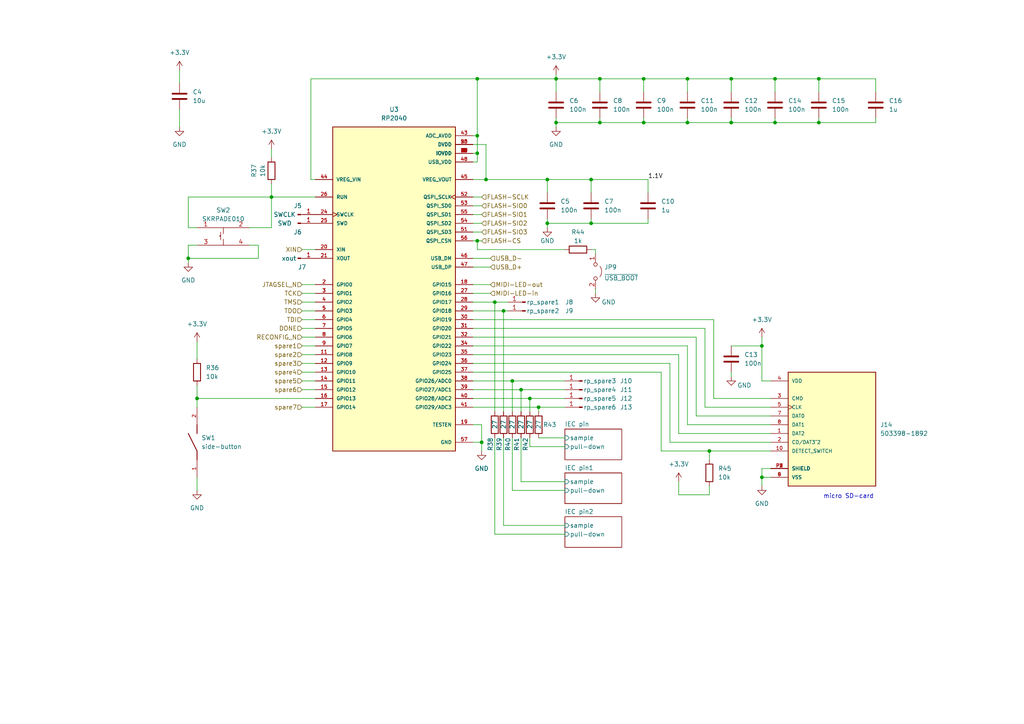
<source format=kicad_sch>
(kicad_sch (version 20211123) (generator eeschema)
  (paper "A4")
  (title_block (title "RP2040 microcontroller"))
  (lib_symbols
    (symbol "503398-1892:503398-1892" (pin_names (offset 1.016))
      (property "Reference" "J" (at -12.7254 15.2654 0))
      (property "Value" "503398-1892" (at -12.7 -17.78 0))
      (symbol "503398-1892_0_0"
        (rectangle (start -12.7 -17.78) (end 12.7 15.24) (stroke (width 0.254)) (fill (type background)))
        (pin passive line (at 17.78 -2.54 180) (length 5.08) (name "DAT2") (number "1"))
        (pin passive line (at 17.78 -7.62 180) (length 5.08) (name "DETECT_SWITCH") (number "10"))
        (pin passive line (at 17.78 -5.08 180) (length 5.08) (name "CD/DAT3^2") (number "2"))
        (pin passive line (at 17.78 7.62 180) (length 5.08) (name "CMD") (number "3"))
        (pin power_in line (at 17.78 12.7 180) (length 5.08) (name "VDD") (number "4"))
        (pin passive clock (at 17.78 5.08 180) (length 5.08) (name "CLK") (number "5"))
        (pin power_in line (at 17.78 -15.24 180) (length 5.08) (name "VSS") (number "6"))
        (pin passive line (at 17.78 2.54 180) (length 5.08) (name "DAT0") (number "7"))
        (pin passive line (at 17.78 0 180) (length 5.08) (name "DAT1") (number "8"))
        (pin power_in line (at 17.78 -15.24 180) (length 5.08) (name "VSS") (number "9"))
        (pin passive line (at 17.78 -12.7 180) (length 5.08) (name "SHIELD") (number "P1"))
        (pin passive line (at 17.78 -12.7 180) (length 5.08) (name "SHIELD") (number "P2"))
        (pin passive line (at 17.78 -12.7 180) (length 5.08) (name "SHIELD") (number "P3"))
        (pin passive line (at 17.78 -12.7 180) (length 5.08) (name "SHIELD") (number "P4"))
      )
    )
    (symbol "Connector:Conn_01x01_Male" (pin_names (offset 1.016) hide)
      (property "Reference" "J" (at 0 2.54 0))
      (property "Value" "Conn_01x01_Male" (at 0 -2.54 0))
      (symbol "Conn_01x01_Male_1_1"
        (polyline (pts (xy 1.27 0) (xy 0.8636 0)) (stroke (width 0.1524)))
        (rectangle (start 0.8636 0.127) (end 0 -0.127) (stroke (width 0.1524)) (fill (type outline)))
        (pin passive line (at 5.08 0 180) (length 3.81) (name "Pin_1") (number "1"))
      )
    )
    (symbol "Device:C" (pin_numbers hide) (pin_names (offset 0.254))
      (property "Reference" "C" (at 0.635 2.54 0))
      (property "Value" "C" (at 0.635 -2.54 0))
      (symbol "C_0_1"
        (polyline (pts (xy -2.032 -0.762) (xy 2.032 -0.762)) (stroke (width 0.508)))
        (polyline (pts (xy -2.032 0.762) (xy 2.032 0.762)) (stroke (width 0.508)))
      )
      (symbol "C_1_1"
        (pin passive line (at 0 3.81 270) (length 2.794) (name "~") (number "1"))
        (pin passive line (at 0 -3.81 90) (length 2.794) (name "~") (number "2"))
      )
    )
    (symbol "Device:R" (pin_numbers hide) (pin_names (offset 0))
      (property "Reference" "R" (at 2.032 0 90))
      (property "Value" "R" (at 0 0 90))
      (symbol "R_0_1"
        (rectangle (start -1.016 -2.54) (end 1.016 2.54) (stroke (width 0.254)))
      )
      (symbol "R_1_1"
        (pin passive line (at 0 3.81 270) (length 1.27) (name "~") (number "1"))
        (pin passive line (at 0 -3.81 90) (length 1.27) (name "~") (number "2"))
      )
    )
    (symbol "Jumper:Jumper_2_Open" (pin_names (offset 0) hide)
      (property "Reference" "JP" (at 0 2.794 0))
      (property "Value" "Jumper_2_Open" (at 0 -2.286 0))
      (symbol "Jumper_2_Open_0_0"
        (circle (center -2.032 0) (radius 0.508))
        (circle (center 2.032 0) (radius 0.508))
      )
      (symbol "Jumper_2_Open_0_1"
        (arc (start 1.524 1.27) (mid 0 1.778) (end -1.524 1.27))
      )
      (symbol "Jumper_2_Open_1_1"
        (pin passive line (at -5.08 0 0) (length 2.54) (name "A") (number "1"))
        (pin passive line (at 5.08 0 180) (length 2.54) (name "B") (number "2"))
      )
    )
    (symbol "RP2040:RP2040" (pin_names (offset 1.016))
      (property "Reference" "U" (at -17.78 50.8 0))
      (property "Value" "RP2040" (at -17.78 -48.26 0))
      (symbol "RP2040_0_0"
        (rectangle (start -17.78 -45.72) (end 17.78 48.26) (stroke (width 0.254)) (fill (type background)))
        (pin power_in line (at 22.86 40.64 180) (length 5.08) (name "IOVDD") (number "1"))
        (pin power_in line (at 22.86 40.64 180) (length 5.08) (name "IOVDD") (number "10"))
        (pin bidirectional line (at -22.86 -17.78 0) (length 5.08) (name "GPIO8") (number "11"))
        (pin bidirectional line (at -22.86 -20.32 0) (length 5.08) (name "GPIO9") (number "12"))
        (pin bidirectional line (at -22.86 -22.86 0) (length 5.08) (name "GPIO10") (number "13"))
        (pin bidirectional line (at -22.86 -25.4 0) (length 5.08) (name "GPIO11") (number "14"))
        (pin bidirectional line (at -22.86 -27.94 0) (length 5.08) (name "GPIO12") (number "15"))
        (pin bidirectional line (at -22.86 -30.48 0) (length 5.08) (name "GPIO13") (number "16"))
        (pin bidirectional line (at -22.86 -33.02 0) (length 5.08) (name "GPIO14") (number "17"))
        (pin bidirectional line (at 22.86 2.54 180) (length 5.08) (name "GPIO15") (number "18"))
        (pin passive line (at 22.86 -38.1 180) (length 5.08) (name "TESTEN") (number "19"))
        (pin bidirectional line (at -22.86 2.54 0) (length 5.08) (name "GPIO0") (number "2"))
        (pin input line (at -22.86 12.7 0) (length 5.08) (name "XIN") (number "20"))
        (pin output line (at -22.86 10.16 0) (length 5.08) (name "XOUT") (number "21"))
        (pin power_in line (at 22.86 40.64 180) (length 5.08) (name "IOVDD") (number "22"))
        (pin power_in line (at 22.86 43.18 180) (length 5.08) (name "DVDD") (number "23"))
        (pin input clock (at -22.86 22.86 0) (length 5.08) (name "SWCLK") (number "24"))
        (pin bidirectional line (at -22.86 20.32 0) (length 5.08) (name "SWD") (number "25"))
        (pin input line (at -22.86 27.94 0) (length 5.08) (name "RUN") (number "26"))
        (pin bidirectional line (at 22.86 0 180) (length 5.08) (name "GPIO16") (number "27"))
        (pin bidirectional line (at 22.86 -2.54 180) (length 5.08) (name "GPIO17") (number "28"))
        (pin bidirectional line (at 22.86 -5.08 180) (length 5.08) (name "GPIO18") (number "29"))
        (pin bidirectional line (at -22.86 0 0) (length 5.08) (name "GPIO1") (number "3"))
        (pin bidirectional line (at 22.86 -7.62 180) (length 5.08) (name "GPIO19") (number "30"))
        (pin bidirectional line (at 22.86 -10.16 180) (length 5.08) (name "GPIO20") (number "31"))
        (pin bidirectional line (at 22.86 -12.7 180) (length 5.08) (name "GPIO21") (number "32"))
        (pin power_in line (at 22.86 40.64 180) (length 5.08) (name "IOVDD") (number "33"))
        (pin bidirectional line (at 22.86 -15.24 180) (length 5.08) (name "GPIO22") (number "34"))
        (pin bidirectional line (at 22.86 -17.78 180) (length 5.08) (name "GPIO23") (number "35"))
        (pin bidirectional line (at 22.86 -20.32 180) (length 5.08) (name "GPIO24") (number "36"))
        (pin bidirectional line (at 22.86 -22.86 180) (length 5.08) (name "GPIO25") (number "37"))
        (pin bidirectional line (at 22.86 -25.4 180) (length 5.08) (name "GPIO26/ADC0") (number "38"))
        (pin bidirectional line (at 22.86 -27.94 180) (length 5.08) (name "GPIO27/ADC1") (number "39"))
        (pin bidirectional line (at -22.86 -2.54 0) (length 5.08) (name "GPIO2") (number "4"))
        (pin bidirectional line (at 22.86 -30.48 180) (length 5.08) (name "GPIO28/ADC2") (number "40"))
        (pin bidirectional line (at 22.86 -33.02 180) (length 5.08) (name "GPIO29/ADC3") (number "41"))
        (pin power_in line (at 22.86 40.64 180) (length 5.08) (name "IOVDD") (number "42"))
        (pin power_in line (at 22.86 45.72 180) (length 5.08) (name "ADC_AVDD") (number "43"))
        (pin input line (at -22.86 33.02 0) (length 5.08) (name "VREG_VIN") (number "44"))
        (pin output line (at 22.86 33.02 180) (length 5.08) (name "VREG_VOUT") (number "45"))
        (pin bidirectional line (at 22.86 10.16 180) (length 5.08) (name "USB_DM") (number "46"))
        (pin bidirectional line (at 22.86 7.62 180) (length 5.08) (name "USB_DP") (number "47"))
        (pin power_in line (at 22.86 38.1 180) (length 5.08) (name "USB_VDD") (number "48"))
        (pin power_in line (at 22.86 40.64 180) (length 5.08) (name "IOVDD") (number "49"))
        (pin bidirectional line (at -22.86 -5.08 0) (length 5.08) (name "GPIO3") (number "5"))
        (pin power_in line (at 22.86 43.18 180) (length 5.08) (name "DVDD") (number "50"))
        (pin bidirectional line (at 22.86 17.78 180) (length 5.08) (name "QSPI_SD3") (number "51"))
        (pin bidirectional clock (at 22.86 27.94 180) (length 5.08) (name "QSPI_SCLK") (number "52"))
        (pin bidirectional line (at 22.86 25.4 180) (length 5.08) (name "QSPI_SD0") (number "53"))
        (pin bidirectional line (at 22.86 20.32 180) (length 5.08) (name "QSPI_SD2") (number "54"))
        (pin bidirectional line (at 22.86 22.86 180) (length 5.08) (name "QSPI_SD1") (number "55"))
        (pin bidirectional line (at 22.86 15.24 180) (length 5.08) (name "QSPI_CSN") (number "56"))
        (pin power_in line (at 22.86 -43.18 180) (length 5.08) (name "GND") (number "57"))
        (pin bidirectional line (at -22.86 -7.62 0) (length 5.08) (name "GPIO4") (number "6"))
        (pin bidirectional line (at -22.86 -10.16 0) (length 5.08) (name "GPIO5") (number "7"))
        (pin bidirectional line (at -22.86 -12.7 0) (length 5.08) (name "GPIO6") (number "8"))
        (pin bidirectional line (at -22.86 -15.24 0) (length 5.08) (name "GPIO7") (number "9"))
      )
    )
    (symbol "TL1105JAF160Q:TL1105JAF160Q" (pin_names (offset 1.016) hide)
      (property "Reference" "SW" (at -4.445 3.81 0))
      (property "Value" "TL1105JAF160Q" (at -5.08 -5.08 0))
      (symbol "TL1105JAF160Q_0_0"
        (polyline (pts (xy -5.08 0) (xy -2.54 0)) (stroke (width 0.254)))
        (polyline (pts (xy -2.54 0) (xy 2.54 2.54)) (stroke (width 0.254)))
        (polyline (pts (xy 5.08 0) (xy 2.54 0)) (stroke (width 0.254)))
        (pin passive line (at -10.16 0 0) (length 5.08) (name "~") (number "1"))
        (pin passive line (at 10.16 0 180) (length 5.08) (name "~") (number "2"))
      )
    )
    (symbol "button:SKRPADE010" (pin_names (offset 1.016) hide)
      (property "Reference" "SW" (at 0 7.6962 0))
      (property "Value" "SKRPADE010" (at 0 12.7762 0))
      (symbol "SKRPADE010_1_1"
        (polyline (pts (xy -2.54 -2.54) (xy 2.54 -2.54)) (stroke (width 0.1524)))
        (polyline (pts (xy -2.54 2.54) (xy 2.54 2.54)) (stroke (width 0.1524)))
        (polyline (pts (xy -0.762 1.27) (xy -0.762 -1.016)) (stroke (width 0.1524)))
        (polyline (pts (xy 0 -2.54) (xy 0 -0.762)) (stroke (width 0.1524)))
        (polyline (pts (xy 0 1.524) (xy 0 0.762)) (stroke (width 0.1524)))
        (polyline (pts (xy 0 2.54) (xy 0 1.524)) (stroke (width 0.1524)))
        (polyline (pts (xy -0.762 0.254) (xy -1.016 0.254) (xy -1.016 0) (xy -0.762 0)) (stroke (width 0.1524)))
        (pin input line (at -7.62 2.54 0) (length 5.08) (name "1") (number "1"))
        (pin input line (at 7.62 2.54 180) (length 5.08) (name "2") (number "2"))
        (pin input line (at -7.62 -2.54 0) (length 5.08) (name "3") (number "3"))
        (pin input line (at 7.62 -2.54 180) (length 5.08) (name "4") (number "4"))
      )
    )
    (symbol "power:+3.3V" (power) (pin_names (offset 0))
      (property "Value" "+3.3V" (at 0 3.556 0))
      (symbol "+3.3V_0_1"
        (polyline (pts (xy -0.762 1.27) (xy 0 2.54)))
        (polyline (pts (xy 0 0) (xy 0 2.54)))
        (polyline (pts (xy 0 2.54) (xy 0.762 1.27)))
      )
      (symbol "+3.3V_1_1"
        (pin power_in line (at 0 0 90) (length 0) hide (name "+3.3V") (number "1"))
      )
    )
    (symbol "power:GND" (power) (pin_names (offset 0))
      (property "Value" "GND" (at 0 -3.81 0))
      (symbol "GND_0_1"
        (polyline (pts (xy 0 0) (xy 0 -1.27) (xy 1.27 -1.27) (xy 0 -2.54) (xy -1.27 -1.27) (xy 0 -1.27)))
      )
      (symbol "GND_1_1"
        (pin power_in line (at 0 0 270) (length 0) hide (name "GND") (number "1"))
      )
    )
  )
  (junction (at 158.75 52.07))
  (junction (at 146.05 90.17))
  (junction (at 140.97 52.07))
  (junction (at 205.74 130.81))
  (junction (at 153.67 115.57))
  (junction (at 220.98 138.43))
  (junction (at 224.79 35.56))
  (junction (at 138.43 69.85))
  (junction (at 161.29 35.56))
  (junction (at 186.69 35.56))
  (junction (at 156.21 118.11))
  (junction (at 54.61 74.93))
  (junction (at 186.69 22.86))
  (junction (at 138.43 39.37))
  (junction (at 78.74 57.15))
  (junction (at 173.99 35.56))
  (junction (at 171.45 52.07))
  (junction (at 220.98 100.33))
  (junction (at 151.13 113.03))
  (junction (at 237.49 35.56))
  (junction (at 199.39 35.56))
  (junction (at 139.7 128.27))
  (junction (at 138.43 44.45))
  (junction (at 171.45 64.77))
  (junction (at 237.49 22.86))
  (junction (at 143.51 87.63))
  (junction (at 138.43 22.86))
  (junction (at 212.09 22.86))
  (junction (at 148.59 110.49))
  (junction (at 224.79 22.86))
  (junction (at 158.75 64.77))
  (junction (at 212.09 35.56))
  (junction (at 199.39 22.86))
  (junction (at 173.99 22.86))
  (junction (at 57.15 115.57))
  (junction (at 161.29 22.86))
  (wire (pts (xy 212.09 107.95) (xy 212.09 109.22)))
  (wire (pts (xy 220.98 100.33) (xy 220.98 110.49)))
  (wire (pts (xy 223.52 123.19) (xy 199.39 123.19)))
  (wire (pts (xy 87.63 85.09) (xy 91.44 85.09)))
  (wire (pts (xy 220.98 138.43) (xy 220.98 140.97)))
  (wire (pts (xy 201.93 120.65) (xy 223.52 120.65)))
  (wire (pts (xy 224.79 22.86) (xy 224.79 26.67)))
  (wire (pts (xy 148.59 110.49) (xy 137.16 110.49)))
  (wire (pts (xy 137.16 74.93) (xy 142.24 74.93)))
  (wire (pts (xy 212.09 35.56) (xy 212.09 34.29)))
  (wire (pts (xy 220.98 135.89) (xy 220.98 138.43)))
  (wire (pts (xy 191.77 130.81) (xy 205.74 130.81)))
  (wire (pts (xy 137.16 64.77) (xy 139.7 64.77)))
  (wire (pts (xy 143.51 119.38) (xy 143.51 87.63)))
  (wire (pts (xy 87.63 95.25) (xy 91.44 95.25)))
  (wire (pts (xy 220.98 138.43) (xy 223.52 138.43)))
  (wire (pts (xy 137.16 67.31) (xy 139.7 67.31)))
  (wire (pts (xy 140.97 52.07) (xy 137.16 52.07)))
  (wire (pts (xy 171.45 64.77) (xy 187.96 64.77)))
  (wire (pts (xy 220.98 110.49) (xy 223.52 110.49)))
  (wire (pts (xy 199.39 100.33) (xy 137.16 100.33)))
  (wire (pts (xy 147.32 87.63) (xy 143.51 87.63)))
  (wire (pts (xy 57.15 71.12) (xy 54.61 71.12)))
  (wire (pts (xy 237.49 22.86) (xy 254 22.86)))
  (wire (pts (xy 158.75 64.77) (xy 158.75 63.5)))
  (wire (pts (xy 143.51 87.63) (xy 137.16 87.63)))
  (wire (pts (xy 57.15 99.06) (xy 57.15 104.14)))
  (wire (pts (xy 171.45 52.07) (xy 171.45 55.88)))
  (wire (pts (xy 78.74 66.04) (xy 78.74 57.15)))
  (wire (pts (xy 137.16 41.91) (xy 140.97 41.91)))
  (wire (pts (xy 163.83 129.54) (xy 153.67 129.54)))
  (wire (pts (xy 54.61 71.12) (xy 54.61 74.93)))
  (wire (pts (xy 87.63 118.11) (xy 91.44 118.11)))
  (wire (pts (xy 138.43 22.86) (xy 138.43 39.37)))
  (wire (pts (xy 163.83 115.57) (xy 153.67 115.57)))
  (wire (pts (xy 194.31 128.27) (xy 194.31 105.41)))
  (wire (pts (xy 57.15 138.43) (xy 57.15 142.24)))
  (wire (pts (xy 87.63 105.41) (xy 91.44 105.41)))
  (wire (pts (xy 204.47 95.25) (xy 137.16 95.25)))
  (wire (pts (xy 72.39 66.04) (xy 78.74 66.04)))
  (wire (pts (xy 204.47 118.11) (xy 204.47 95.25)))
  (wire (pts (xy 237.49 35.56) (xy 237.49 34.29)))
  (wire (pts (xy 205.74 133.35) (xy 205.74 130.81)))
  (wire (pts (xy 156.21 119.38) (xy 156.21 118.11)))
  (wire (pts (xy 254 22.86) (xy 254 26.67)))
  (wire (pts (xy 138.43 69.85) (xy 138.43 72.39)))
  (wire (pts (xy 87.63 102.87) (xy 91.44 102.87)))
  (wire (pts (xy 137.16 128.27) (xy 139.7 128.27)))
  (wire (pts (xy 254 35.56) (xy 254 34.29)))
  (wire (pts (xy 57.15 115.57) (xy 91.44 115.57)))
  (wire (pts (xy 153.67 115.57) (xy 137.16 115.57)))
  (wire (pts (xy 54.61 74.93) (xy 54.61 76.2)))
  (wire (pts (xy 158.75 64.77) (xy 158.75 66.04)))
  (wire (pts (xy 186.69 22.86) (xy 186.69 26.67)))
  (wire (pts (xy 148.59 142.24) (xy 148.59 127)))
  (wire (pts (xy 91.44 52.07) (xy 90.17 52.07)))
  (wire (pts (xy 212.09 22.86) (xy 212.09 26.67)))
  (wire (pts (xy 207.01 115.57) (xy 207.01 92.71)))
  (wire (pts (xy 163.83 152.4) (xy 146.05 152.4)))
  (wire (pts (xy 194.31 105.41) (xy 137.16 105.41)))
  (wire (pts (xy 87.63 100.33) (xy 91.44 100.33)))
  (wire (pts (xy 137.16 97.79) (xy 201.93 97.79)))
  (wire (pts (xy 137.16 102.87) (xy 196.85 102.87)))
  (wire (pts (xy 237.49 35.56) (xy 254 35.56)))
  (wire (pts (xy 138.43 46.99) (xy 137.16 46.99)))
  (wire (pts (xy 151.13 113.03) (xy 137.16 113.03)))
  (wire (pts (xy 137.16 44.45) (xy 138.43 44.45)))
  (wire (pts (xy 163.83 118.11) (xy 156.21 118.11)))
  (wire (pts (xy 161.29 35.56) (xy 173.99 35.56)))
  (wire (pts (xy 138.43 44.45) (xy 138.43 46.99)))
  (wire (pts (xy 156.21 118.11) (xy 137.16 118.11)))
  (wire (pts (xy 87.63 90.17) (xy 91.44 90.17)))
  (wire (pts (xy 173.99 22.86) (xy 173.99 26.67)))
  (wire (pts (xy 87.63 82.55) (xy 91.44 82.55)))
  (wire (pts (xy 172.72 72.39) (xy 172.72 73.66)))
  (wire (pts (xy 223.52 135.89) (xy 220.98 135.89)))
  (wire (pts (xy 54.61 57.15) (xy 78.74 57.15)))
  (wire (pts (xy 57.15 66.04) (xy 54.61 66.04)))
  (wire (pts (xy 201.93 97.79) (xy 201.93 120.65)))
  (wire (pts (xy 187.96 52.07) (xy 187.96 55.88)))
  (wire (pts (xy 147.32 90.17) (xy 146.05 90.17)))
  (wire (pts (xy 87.63 97.79) (xy 91.44 97.79)))
  (wire (pts (xy 191.77 107.95) (xy 191.77 130.81)))
  (wire (pts (xy 186.69 22.86) (xy 199.39 22.86)))
  (wire (pts (xy 140.97 41.91) (xy 140.97 52.07)))
  (wire (pts (xy 153.67 129.54) (xy 153.67 127)))
  (wire (pts (xy 78.74 57.15) (xy 91.44 57.15)))
  (wire (pts (xy 146.05 152.4) (xy 146.05 127)))
  (wire (pts (xy 212.09 35.56) (xy 224.79 35.56)))
  (wire (pts (xy 207.01 92.71) (xy 137.16 92.71)))
  (wire (pts (xy 137.16 59.69) (xy 139.7 59.69)))
  (wire (pts (xy 138.43 72.39) (xy 163.83 72.39)))
  (wire (pts (xy 163.83 142.24) (xy 148.59 142.24)))
  (wire (pts (xy 87.63 110.49) (xy 91.44 110.49)))
  (wire (pts (xy 163.83 139.7) (xy 151.13 139.7)))
  (wire (pts (xy 171.45 64.77) (xy 171.45 63.5)))
  (wire (pts (xy 146.05 119.38) (xy 146.05 90.17)))
  (wire (pts (xy 137.16 123.19) (xy 139.7 123.19)))
  (wire (pts (xy 223.52 128.27) (xy 194.31 128.27)))
  (wire (pts (xy 223.52 115.57) (xy 207.01 115.57)))
  (wire (pts (xy 72.39 71.12) (xy 74.93 71.12)))
  (wire (pts (xy 87.63 87.63) (xy 91.44 87.63)))
  (wire (pts (xy 173.99 35.56) (xy 173.99 34.29)))
  (wire (pts (xy 90.17 52.07) (xy 90.17 22.86)))
  (wire (pts (xy 138.43 39.37) (xy 137.16 39.37)))
  (wire (pts (xy 137.16 82.55) (xy 142.24 82.55)))
  (wire (pts (xy 52.07 31.75) (xy 52.07 36.83)))
  (wire (pts (xy 186.69 35.56) (xy 199.39 35.56)))
  (wire (pts (xy 161.29 22.86) (xy 161.29 26.67)))
  (wire (pts (xy 212.09 22.86) (xy 224.79 22.86)))
  (wire (pts (xy 153.67 119.38) (xy 153.67 115.57)))
  (wire (pts (xy 87.63 107.95) (xy 91.44 107.95)))
  (wire (pts (xy 205.74 130.81) (xy 223.52 130.81)))
  (wire (pts (xy 196.85 125.73) (xy 223.52 125.73)))
  (wire (pts (xy 151.13 139.7) (xy 151.13 127)))
  (wire (pts (xy 78.74 43.18) (xy 78.74 45.72)))
  (wire (pts (xy 139.7 128.27) (xy 139.7 130.81)))
  (wire (pts (xy 196.85 139.7) (xy 196.85 143.51)))
  (wire (pts (xy 163.83 110.49) (xy 148.59 110.49)))
  (wire (pts (xy 186.69 35.56) (xy 186.69 34.29)))
  (wire (pts (xy 223.52 118.11) (xy 204.47 118.11)))
  (wire (pts (xy 172.72 83.82) (xy 172.72 85.09)))
  (wire (pts (xy 137.16 107.95) (xy 191.77 107.95)))
  (wire (pts (xy 57.15 115.57) (xy 57.15 118.11)))
  (wire (pts (xy 173.99 35.56) (xy 186.69 35.56)))
  (wire (pts (xy 173.99 22.86) (xy 186.69 22.86)))
  (wire (pts (xy 87.63 113.03) (xy 91.44 113.03)))
  (wire (pts (xy 146.05 90.17) (xy 137.16 90.17)))
  (wire (pts (xy 163.83 127) (xy 156.21 127)))
  (wire (pts (xy 171.45 52.07) (xy 187.96 52.07)))
  (wire (pts (xy 52.07 20.32) (xy 52.07 24.13)))
  (wire (pts (xy 224.79 22.86) (xy 237.49 22.86)))
  (wire (pts (xy 137.16 77.47) (xy 142.24 77.47)))
  (wire (pts (xy 54.61 74.93) (xy 74.93 74.93)))
  (wire (pts (xy 87.63 72.39) (xy 91.44 72.39)))
  (wire (pts (xy 212.09 100.33) (xy 220.98 100.33)))
  (wire (pts (xy 90.17 22.86) (xy 138.43 22.86)))
  (wire (pts (xy 163.83 154.94) (xy 143.51 154.94)))
  (wire (pts (xy 139.7 123.19) (xy 139.7 128.27)))
  (wire (pts (xy 237.49 22.86) (xy 237.49 26.67)))
  (wire (pts (xy 74.93 71.12) (xy 74.93 74.93)))
  (wire (pts (xy 161.29 22.86) (xy 173.99 22.86)))
  (wire (pts (xy 171.45 72.39) (xy 172.72 72.39)))
  (wire (pts (xy 220.98 97.79) (xy 220.98 100.33)))
  (wire (pts (xy 199.39 22.86) (xy 212.09 22.86)))
  (wire (pts (xy 224.79 35.56) (xy 237.49 35.56)))
  (wire (pts (xy 161.29 21.59) (xy 161.29 22.86)))
  (wire (pts (xy 78.74 53.34) (xy 78.74 57.15)))
  (wire (pts (xy 158.75 52.07) (xy 171.45 52.07)))
  (wire (pts (xy 151.13 119.38) (xy 151.13 113.03)))
  (wire (pts (xy 87.63 92.71) (xy 91.44 92.71)))
  (wire (pts (xy 205.74 143.51) (xy 205.74 140.97)))
  (wire (pts (xy 137.16 57.15) (xy 139.7 57.15)))
  (wire (pts (xy 187.96 64.77) (xy 187.96 63.5)))
  (wire (pts (xy 196.85 102.87) (xy 196.85 125.73)))
  (wire (pts (xy 196.85 143.51) (xy 205.74 143.51)))
  (wire (pts (xy 54.61 66.04) (xy 54.61 57.15)))
  (wire (pts (xy 137.16 85.09) (xy 142.24 85.09)))
  (wire (pts (xy 137.16 62.23) (xy 139.7 62.23)))
  (wire (pts (xy 138.43 69.85) (xy 139.7 69.85)))
  (wire (pts (xy 158.75 64.77) (xy 171.45 64.77)))
  (wire (pts (xy 161.29 22.86) (xy 138.43 22.86)))
  (wire (pts (xy 140.97 52.07) (xy 158.75 52.07)))
  (wire (pts (xy 224.79 35.56) (xy 224.79 34.29)))
  (wire (pts (xy 57.15 111.76) (xy 57.15 115.57)))
  (wire (pts (xy 143.51 154.94) (xy 143.51 127)))
  (wire (pts (xy 199.39 22.86) (xy 199.39 26.67)))
  (wire (pts (xy 199.39 35.56) (xy 212.09 35.56)))
  (wire (pts (xy 199.39 123.19) (xy 199.39 100.33)))
  (wire (pts (xy 161.29 35.56) (xy 161.29 36.83)))
  (wire (pts (xy 137.16 69.85) (xy 138.43 69.85)))
  (wire (pts (xy 148.59 119.38) (xy 148.59 110.49)))
  (wire (pts (xy 163.83 113.03) (xy 151.13 113.03)))
  (wire (pts (xy 158.75 52.07) (xy 158.75 55.88)))
  (wire (pts (xy 161.29 34.29) (xy 161.29 35.56)))
  (wire (pts (xy 199.39 35.56) (xy 199.39 34.29)))
  (wire (pts (xy 138.43 39.37) (xy 138.43 44.45)))
  (text "micro SD-card" (at 238.76 144.78 0) (effects (font (size 1.27 1.27)) (justify left bottom)))
  (label "1.1V" (at 187.96 52.07 0))
  (hierarchical_label "spare2" (shape input) (at 87.63 102.87 180))
  (hierarchical_label "FLASH-SIO1" (shape input) (at 139.7 62.23 0))
  (hierarchical_label "FLASH-SIO3" (shape input) (at 139.7 67.31 0))
  (hierarchical_label "USB_D-" (shape input) (at 142.24 74.93 0))
  (hierarchical_label "spare1" (shape input) (at 87.63 100.33 180))
  (hierarchical_label "TCK" (shape input) (at 87.63 85.09 180))
  (hierarchical_label "FLASH-SIO0" (shape input) (at 139.7 59.69 0))
  (hierarchical_label "XIN" (shape input) (at 87.63 72.39 180))
  (hierarchical_label "spare6" (shape input) (at 87.63 113.03 180))
  (hierarchical_label "TDI" (shape input) (at 87.63 92.71 180))
  (hierarchical_label "TDO" (shape input) (at 87.63 90.17 180))
  (hierarchical_label "DONE" (shape input) (at 87.63 95.25 180))
  (hierarchical_label "FLASH-SCLK" (shape input) (at 139.7 57.15 0))
  (hierarchical_label "JTAGSEL_N" (shape input) (at 87.63 82.55 180))
  (hierarchical_label "spare3" (shape input) (at 87.63 105.41 180))
  (hierarchical_label "USB_D+" (shape input) (at 142.24 77.47 0))
  (hierarchical_label "TMS" (shape input) (at 87.63 87.63 180))
  (hierarchical_label "spare7" (shape input) (at 87.63 118.11 180))
  (hierarchical_label "FLASH-CS" (shape input) (at 139.7 69.85 0))
  (hierarchical_label "spare5" (shape input) (at 87.63 110.49 180))
  (hierarchical_label "spare4" (shape input) (at 87.63 107.95 180))
  (hierarchical_label "MIDI-LED-in" (shape input) (at 142.24 85.09 0))
  (hierarchical_label "RECONFIG_N" (shape input) (at 87.63 97.79 180))
  (hierarchical_label "MIDI-LED-out" (shape input) (at 142.24 82.55 0))
  (hierarchical_label "FLASH-SIO2" (shape input) (at 139.7 64.77 0))
  (symbol (lib_id "Device:R") (at 151.13 123.19 0) (unit 1)
    (property "Reference" "R41" (at 149.86 130.81 90) (effects (justify left)))
    (property "Value" "27" (at 151.13 124.46 90) (effects (justify left)))
    (property "Footprint" "Resistor_SMD:R_0805_2012Metric" (effects hide))
  )
  (symbol (lib_id "power:+3.3V") (at 78.74 43.18 0) (unit 1)
    (property "Reference" "#PWR025" (effects hide))
    (property "Value" "+3.3V" (at 78.74 38.1 0))
  )
  (symbol (lib_id "power:GND") (at 52.07 36.83 0) (unit 1)
    (property "Reference" "#PWR021" (effects hide))
    (property "Value" "GND" (at 52.07 41.91 0))
  )
  (symbol (lib_id "Device:C") (at 52.07 27.94 0) (unit 1)
    (property "Reference" "C4" (at 55.88 26.6699 0) (effects (justify left)))
    (property "Value" "10u" (at 55.88 29.2099 0) (effects (justify left)))
    (property "Footprint" "Capacitor_SMD:C_0805_2012Metric" (effects hide))
  )
  (symbol (lib_id "Device:R") (at 205.74 137.16 0) (unit 1)
    (property "Reference" "R45" (at 208.28 135.8899 0) (effects (justify left)))
    (property "Value" "10k" (at 208.28 138.4299 0) (effects (justify left)))
    (property "Footprint" "Resistor_SMD:R_0805_2012Metric" (effects hide))
  )
  (symbol (lib_id "power:GND") (at 139.7 130.81 0) (unit 1)
    (property "Reference" "#PWR026" (effects hide))
    (property "Value" "GND" (at 139.7 135.89 0))
  )
  (symbol (lib_id "Device:R") (at 148.59 123.19 0) (unit 1)
    (property "Reference" "R40" (at 147.32 130.81 90) (effects (justify left)))
    (property "Value" "27" (at 148.59 124.46 90) (effects (justify left)))
    (property "Footprint" "Resistor_SMD:R_0805_2012Metric" (effects hide))
  )
  (symbol (lib_id "power:GND") (at 54.61 76.2 0) (unit 1)
    (property "Reference" "#PWR022" (effects hide))
    (property "Value" "GND" (at 54.61 81.28 0))
  )
  (symbol (lib_id "Connector:Conn_01x01_Male") (at 168.91 115.57 180) (unit 1)
    (property "Reference" "J12" (at 181.61 115.57 0))
    (property "Value" "rp_spare5" (at 173.99 115.57 0))
    (property "Footprint" "Connector_PinHeader_2.54mm:PinHeader_1x01_P2.54mm_Vertical" (effects hide))
  )
  (symbol (lib_id "RP2040:RP2040") (at 114.3 85.09 0) (unit 1)
    (property "Reference" "U3" (at 114.3 31.75 0))
    (property "Value" "RP2040" (at 114.3 34.29 0))
    (property "Footprint" "rp2040:QFN40P700X700X90-57N" (effects hide))
    (property "PARTREV" "1.6.1" (effects hide))
    (property "STANDARD" "IPC 7351B" (effects hide))
    (property "MAXIMUM_PACKAGE_HEIGHT" "0.9 mm" (effects hide))
    (property "MANUFACTURER" "Raspberry Pi" (effects hide))
  )
  (symbol (lib_id "Device:C") (at 254 30.48 0) (unit 1)
    (property "Reference" "C16" (at 257.81 29.2099 0) (effects (justify left)))
    (property "Value" "1u" (at 257.81 31.7499 0) (effects (justify left)))
    (property "Footprint" "Capacitor_SMD:C_0805_2012Metric" (effects hide))
  )
  (symbol (lib_id "power:+3.3V") (at 196.85 139.7 0) (unit 1)
    (property "Reference" "#PWR031" (effects hide))
    (property "Value" "+3.3V" (at 196.85 134.62 0))
  )
  (symbol (lib_id "TL1105JAF160Q:TL1105JAF160Q") (at 57.15 128.27 90) (unit 1)
    (property "Reference" "SW1" (at 58.42 126.9999 90) (effects (justify right)))
    (property "Value" "side-button" (at 58.42 129.5399 90) (effects (justify right)))
    (property "Footprint" "reset-button:SW_TL1105JAF160Q" (effects hide))
    (property "STANDARD" "Manufacturer recommendations" (effects hide))
    (property "PARTREV" "E" (effects hide))
    (property "MANUFACTURER" "E-Switch" (effects hide))
  )
  (symbol (lib_id "power:GND") (at 212.09 109.22 0) (unit 1)
    (property "Reference" "#PWR032" (effects hide))
    (property "Value" "GND" (at 215.9 111.76 0))
  )
  (symbol (lib_id "Jumper:Jumper_2_Open") (at 172.72 78.74 270) (unit 1)
    (property "Reference" "JP9" (at 175.26 77.4699 90) (effects (justify left)))
    (property "Value" "~{USB_BOOT}" (at 175.26 80.6449 90) (effects (justify left)))
    (property "Footprint" "Connector_PinHeader_2.54mm:PinHeader_1x02_P2.54mm_Vertical" (effects hide))
  )
  (symbol (lib_id "button:SKRPADE010") (at 64.77 68.58 0) (unit 1)
    (property "Reference" "SW2" (at 64.77 60.96 0))
    (property "Value" "SKRPADE010" (at 64.77 63.5 0))
    (property "Footprint" "button:KEY-SMD_4P-L4.2-W3.2-P2.20-LS4.6" (effects hide))
    (property "Datasheet" "http://www.szlcsc.com/product/details_138771.html" (effects hide))
    (property "SuppliersPartNumber" "C127488" (effects hide))
    (property "uuid" "std:0daeda266b8b40d0b90764868d48bf7d" (effects hide))
  )
  (symbol (lib_id "power:GND") (at 158.75 66.04 0) (unit 1)
    (property "Reference" "#PWR027" (effects hide))
    (property "Value" "GND" (at 158.75 69.85 0))
  )
  (symbol (lib_id "Device:C") (at 187.96 59.69 0) (unit 1)
    (property "Reference" "C10" (at 191.77 58.4199 0) (effects (justify left)))
    (property "Value" "1u" (at 191.77 60.9599 0) (effects (justify left)))
    (property "Footprint" "Capacitor_SMD:C_0805_2012Metric" (effects hide))
  )
  (symbol (lib_id "power:+3.3V") (at 52.07 20.32 0) (unit 1)
    (property "Reference" "#PWR020" (effects hide))
    (property "Value" "+3.3V" (at 52.07 15.24 0))
  )
  (symbol (lib_id "Connector:Conn_01x01_Male") (at 86.36 74.93 0) (unit 1)
    (property "Reference" "J7" (at 87.63 77.47 0))
    (property "Value" "xout" (at 83.82 74.93 0))
    (property "Footprint" "Connector_PinHeader_2.54mm:PinHeader_1x01_P2.54mm_Vertical" (effects hide))
  )
  (symbol (lib_id "Device:R") (at 153.67 123.19 0) (unit 1)
    (property "Reference" "R42" (at 152.4 130.81 90) (effects (justify left)))
    (property "Value" "27" (at 153.67 124.46 90) (effects (justify left)))
    (property "Footprint" "Resistor_SMD:R_0805_2012Metric" (effects hide))
  )
  (symbol (lib_id "Device:C") (at 212.09 104.14 0) (unit 1)
    (property "Reference" "C13" (at 215.9 102.8699 0) (effects (justify left)))
    (property "Value" "100n" (at 215.9 105.4099 0) (effects (justify left)))
    (property "Footprint" "Capacitor_SMD:C_0805_2012Metric" (effects hide))
  )
  (symbol (lib_id "Connector:Conn_01x01_Male") (at 168.91 118.11 180) (unit 1)
    (property "Reference" "J13" (at 181.61 118.11 0))
    (property "Value" "rp_spare6" (at 173.99 118.11 0))
    (property "Footprint" "Connector_PinHeader_2.54mm:PinHeader_1x01_P2.54mm_Vertical" (effects hide))
  )
  (symbol (lib_id "Device:C") (at 161.29 30.48 0) (unit 1)
    (property "Reference" "C6" (at 165.1 29.2099 0) (effects (justify left)))
    (property "Value" "100n" (at 165.1 31.7499 0) (effects (justify left)))
    (property "Footprint" "Capacitor_SMD:C_0805_2012Metric" (effects hide))
  )
  (symbol (lib_id "Device:C") (at 186.69 30.48 0) (unit 1)
    (property "Reference" "C9" (at 190.5 29.2099 0) (effects (justify left)))
    (property "Value" "100n" (at 190.5 31.7499 0) (effects (justify left)))
    (property "Footprint" "Capacitor_SMD:C_0805_2012Metric" (effects hide))
  )
  (symbol (lib_id "Connector:Conn_01x01_Male") (at 152.4 87.63 180) (unit 1)
    (property "Reference" "J8" (at 165.1 87.63 0))
    (property "Value" "rp_spare1" (at 157.48 87.63 0))
    (property "Footprint" "Connector_PinHeader_2.54mm:PinHeader_1x01_P2.54mm_Vertical" (effects hide))
  )
  (symbol (lib_id "Connector:Conn_01x01_Male") (at 152.4 90.17 180) (unit 1)
    (property "Reference" "J9" (at 165.1 90.17 0))
    (property "Value" "rp_spare2" (at 157.48 90.17 0))
    (property "Footprint" "Connector_PinHeader_2.54mm:PinHeader_1x01_P2.54mm_Vertical" (effects hide))
  )
  (symbol (lib_id "503398-1892:503398-1892") (at 241.3 123.19 0) (mirror y) (unit 1)
    (property "Reference" "J14" (at 255.27 123.1899 0) (effects (justify right)))
    (property "Value" "503398-1892" (at 255.27 125.7299 0) (effects (justify right)))
    (property "Footprint" "sd-card:MOLEX_503398-1892" (effects hide))
    (property "PARTREV" "0" (effects hide))
    (property "MANUFACTURER" "molex" (effects hide))
    (property "STANDARD" "MANUFACTURER RECOMMENDATIONS" (effects hide))
  )
  (symbol (lib_id "Device:C") (at 199.39 30.48 0) (unit 1)
    (property "Reference" "C11" (at 203.2 29.2099 0) (effects (justify left)))
    (property "Value" "100n" (at 203.2 31.7499 0) (effects (justify left)))
    (property "Footprint" "Capacitor_SMD:C_0805_2012Metric" (effects hide))
  )
  (symbol (lib_id "Device:C") (at 237.49 30.48 0) (unit 1)
    (property "Reference" "C15" (at 241.3 29.2099 0) (effects (justify left)))
    (property "Value" "100n" (at 241.3 31.7499 0) (effects (justify left)))
    (property "Footprint" "Capacitor_SMD:C_0805_2012Metric" (effects hide))
  )
  (symbol (lib_id "Device:C") (at 212.09 30.48 0) (unit 1)
    (property "Reference" "C12" (at 215.9 29.2099 0) (effects (justify left)))
    (property "Value" "100n" (at 215.9 31.7499 0) (effects (justify left)))
    (property "Footprint" "Capacitor_SMD:C_0805_2012Metric" (effects hide))
  )
  (symbol (lib_id "power:GND") (at 220.98 140.97 0) (unit 1)
    (property "Reference" "#PWR034" (effects hide))
    (property "Value" "GND" (at 220.98 146.05 0))
  )
  (symbol (lib_id "Device:R") (at 156.21 123.19 0) (unit 1)
    (property "Reference" "R43" (at 157.48 123.19 0) (effects (justify left)))
    (property "Value" "27" (at 156.21 124.46 90) (effects (justify left)))
    (property "Footprint" "Resistor_SMD:R_0805_2012Metric" (effects hide))
  )
  (symbol (lib_id "Connector:Conn_01x01_Male") (at 86.36 62.23 0) (unit 1)
    (property "Reference" "J5" (at 86.36 59.69 0))
    (property "Value" "SWCLK" (at 82.55 62.23 0))
    (property "Footprint" "Connector_PinHeader_2.54mm:PinHeader_1x01_P2.54mm_Vertical" (effects hide))
  )
  (symbol (lib_id "Device:C") (at 224.79 30.48 0) (unit 1)
    (property "Reference" "C14" (at 228.6 29.2099 0) (effects (justify left)))
    (property "Value" "100n" (at 228.6 31.7499 0) (effects (justify left)))
    (property "Footprint" "Capacitor_SMD:C_0805_2012Metric" (effects hide))
  )
  (symbol (lib_id "power:GND") (at 172.72 85.09 0) (unit 1)
    (property "Reference" "#PWR030" (effects hide))
    (property "Value" "GND" (at 176.53 87.63 0))
  )
  (symbol (lib_id "Connector:Conn_01x01_Male") (at 168.91 110.49 180) (unit 1)
    (property "Reference" "J10" (at 181.61 110.49 0))
    (property "Value" "rp_spare3" (at 173.99 110.49 0))
    (property "Footprint" "Connector_PinHeader_2.54mm:PinHeader_1x01_P2.54mm_Vertical" (effects hide))
  )
  (symbol (lib_id "power:+3.3V") (at 220.98 97.79 0) (unit 1)
    (property "Reference" "#PWR033" (effects hide))
    (property "Value" "+3.3V" (at 220.98 92.71 0))
  )
  (symbol (lib_id "Device:C") (at 158.75 59.69 0) (unit 1)
    (property "Reference" "C5" (at 162.56 58.4199 0) (effects (justify left)))
    (property "Value" "100n" (at 162.56 60.9599 0) (effects (justify left)))
    (property "Footprint" "Capacitor_SMD:C_0805_2012Metric" (effects hide))
  )
  (symbol (lib_id "Device:C") (at 173.99 30.48 0) (unit 1)
    (property "Reference" "C8" (at 177.8 29.2099 0) (effects (justify left)))
    (property "Value" "100n" (at 177.8 31.7499 0) (effects (justify left)))
    (property "Footprint" "Capacitor_SMD:C_0805_2012Metric" (effects hide))
  )
  (symbol (lib_id "power:+3.3V") (at 57.15 99.06 0) (unit 1)
    (property "Reference" "#PWR023" (effects hide))
    (property "Value" "+3.3V" (at 57.15 93.98 0))
  )
  (symbol (lib_id "Connector:Conn_01x01_Male") (at 168.91 113.03 180) (unit 1)
    (property "Reference" "J11" (at 181.61 113.03 0))
    (property "Value" "rp_spare4" (at 173.99 113.03 0))
    (property "Footprint" "Connector_PinHeader_2.54mm:PinHeader_1x01_P2.54mm_Vertical" (effects hide))
  )
  (symbol (lib_id "Device:C") (at 171.45 59.69 0) (unit 1)
    (property "Reference" "C7" (at 175.26 58.4199 0) (effects (justify left)))
    (property "Value" "100n" (at 175.26 60.9599 0) (effects (justify left)))
    (property "Footprint" "Capacitor_SMD:C_0805_2012Metric" (effects hide))
  )
  (symbol (lib_id "Device:R") (at 57.15 107.95 0) (unit 1)
    (property "Reference" "R36" (at 59.69 106.6799 0) (effects (justify left)))
    (property "Value" "10k" (at 59.69 109.2199 0) (effects (justify left)))
    (property "Footprint" "Resistor_SMD:R_0805_2012Metric" (effects hide))
  )
  (symbol (lib_id "Device:R") (at 146.05 123.19 0) (unit 1)
    (property "Reference" "R39" (at 144.78 130.81 90) (effects (justify left)))
    (property "Value" "27" (at 146.05 124.46 90) (effects (justify left)))
    (property "Footprint" "Resistor_SMD:R_0805_2012Metric" (effects hide))
  )
  (symbol (lib_id "power:GND") (at 57.15 142.24 0) (unit 1)
    (property "Reference" "#PWR024" (effects hide))
    (property "Value" "GND" (at 57.15 147.32 0))
  )
  (symbol (lib_id "Device:R") (at 143.51 123.19 0) (unit 1)
    (property "Reference" "R38" (at 142.24 130.81 90) (effects (justify left)))
    (property "Value" "27" (at 143.51 124.46 90) (effects (justify left)))
    (property "Footprint" "Resistor_SMD:R_0805_2012Metric" (effects hide))
  )
  (symbol (lib_id "Device:R") (at 78.74 49.53 180) (unit 1)
    (property "Reference" "R37" (at 73.66 49.53 90))
    (property "Value" "10k" (at 76.2 49.53 90))
    (property "Footprint" "Resistor_SMD:R_0805_2012Metric" (effects hide))
  )
  (symbol (lib_id "Device:R") (at 167.64 72.39 90) (unit 1)
    (property "Reference" "R44" (at 167.64 67.31 90))
    (property "Value" "1k" (at 167.64 69.85 90))
    (property "Footprint" "Resistor_SMD:R_0805_2012Metric" (effects hide))
  )
  (symbol (lib_id "power:+3.3V") (at 161.29 21.59 0) (unit 1)
    (property "Reference" "#PWR028" (effects hide))
    (property "Value" "+3.3V" (at 161.29 16.51 0))
  )
  (symbol (lib_id "power:GND") (at 161.29 36.83 0) (unit 1)
    (property "Reference" "#PWR029" (effects hide))
    (property "Value" "GND" (at 161.29 41.91 0))
  )
  (symbol (lib_id "Connector:Conn_01x01_Male") (at 86.36 64.77 0) (unit 1)
    (property "Reference" "J6" (at 86.36 67.31 0))
    (property "Value" "SWD" (at 82.55 64.77 0))
    (property "Footprint" "Connector_PinHeader_2.54mm:PinHeader_1x01_P2.54mm_Vertical" (effects hide))
  )
  (sheet (at 163.83 137.16) (size 16.51 8.89) (stroke (width 0.1524))
    (property "Sheet name" "IEC pin1" (at 163.83 136.4484 0) (effects (justify left bottom)))
    (property "Sheet file" "iec-pin.kicad_sch" (effects hide))
    (pin "sample" input (at 163.83 139.7 180))
    (pin "pull-down" input (at 163.83 142.24 180))
  )
  (sheet (at 163.83 149.86) (size 16.51 8.89) (stroke (width 0.1524))
    (property "Sheet name" "IEC pin2" (at 163.83 149.1484 0) (effects (justify left bottom)))
    (property "Sheet file" "iec-pin.kicad_sch" (effects hide))
    (pin "sample" input (at 163.83 152.4 180))
    (pin "pull-down" input (at 163.83 154.94 180))
  )
  (sheet (at 163.83 124.46) (size 16.51 8.89) (stroke (width 0.1524))
    (property "Sheet name" "IEC pin" (at 163.83 123.7484 0) (effects (justify left bottom)))
    (property "Sheet file" "iec-pin.kicad_sch" (effects hide))
    (pin "sample" input (at 163.83 127 180))
    (pin "pull-down" input (at 163.83 129.54 180))
  )
)
</source>
